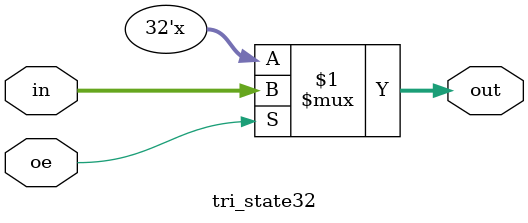
<source format=v>

module tri_state32(in, oe, out);

	input [31:0] in;
	input oe;
	output [31:0] out;
	
	assign out = oe ? in : 32'dz;


endmodule
</source>
